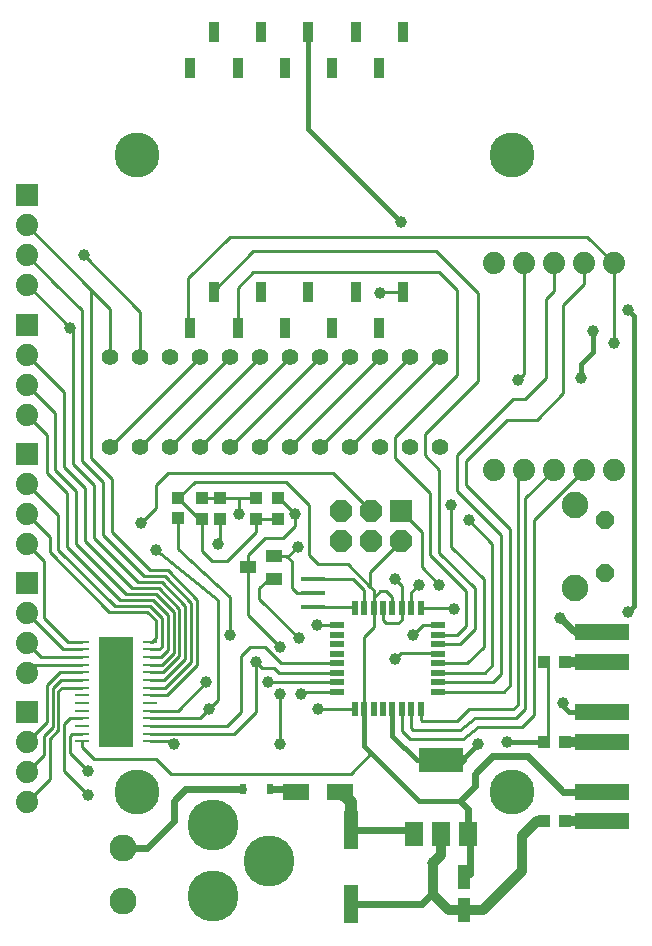
<source format=gtl>
G75*
G70*
%OFA0B0*%
%FSLAX24Y24*%
%IPPOS*%
%LPD*%
%AMOC8*
5,1,8,0,0,1.08239X$1,22.5*
%
%ADD10R,0.0740X0.0740*%
%ADD11OC8,0.0740*%
%ADD12C,0.1700*%
%ADD13R,0.0472X0.0106*%
%ADD14R,0.1181X0.3701*%
%ADD15R,0.0827X0.0157*%
%ADD16R,0.0248X0.0327*%
%ADD17R,0.0850X0.0551*%
%ADD18R,0.0512X0.1299*%
%ADD19R,0.0394X0.0787*%
%ADD20R,0.0394X0.0433*%
%ADD21R,0.0551X0.0394*%
%ADD22R,0.0220X0.0500*%
%ADD23R,0.0500X0.0220*%
%ADD24C,0.0740*%
%ADD25R,0.0591X0.0787*%
%ADD26R,0.1496X0.0787*%
%ADD27R,0.0335X0.0669*%
%ADD28R,0.0433X0.0394*%
%ADD29R,0.1810X0.0550*%
%ADD30OC8,0.0600*%
%ADD31C,0.0885*%
%ADD32C,0.0900*%
%ADD33C,0.0554*%
%ADD34C,0.0160*%
%ADD35C,0.0100*%
%ADD36C,0.0396*%
%ADD37C,0.0320*%
%ADD38C,0.0120*%
%ADD39C,0.0240*%
%ADD40C,0.0400*%
%ADD41C,0.1502*%
D10*
X001286Y009681D03*
X001286Y013984D03*
X001286Y018287D03*
X001286Y022591D03*
X001286Y026894D03*
X013767Y016370D03*
D11*
X013767Y015370D03*
X012767Y015370D03*
X012767Y016370D03*
X011767Y016370D03*
X011767Y015370D03*
D12*
X007503Y005894D03*
X007503Y003531D03*
X009353Y004713D03*
D13*
X005400Y008695D03*
X005400Y008951D03*
X005400Y009207D03*
X005400Y009463D03*
X005400Y009719D03*
X005400Y009974D03*
X005400Y010230D03*
X005400Y010486D03*
X005400Y010742D03*
X005400Y010998D03*
X005400Y011254D03*
X005400Y011510D03*
X005400Y011766D03*
X005400Y012022D03*
X003117Y012022D03*
X003117Y011766D03*
X003117Y011510D03*
X003117Y011254D03*
X003117Y010998D03*
X003117Y010742D03*
X003117Y010486D03*
X003117Y010230D03*
X003117Y009974D03*
X003117Y009719D03*
X003117Y009463D03*
X003117Y009207D03*
X003117Y008951D03*
X003117Y008695D03*
D14*
X004259Y010358D03*
D15*
X010818Y013177D03*
X010818Y013650D03*
X010818Y014122D03*
D16*
X009393Y007118D03*
X008487Y007118D03*
D17*
X010274Y007024D03*
X011731Y007024D03*
D18*
X012105Y005738D03*
X012105Y003278D03*
D19*
X015881Y003069D03*
X015881Y004191D03*
D20*
X009649Y016126D03*
X009649Y016795D03*
X008928Y016795D03*
X008928Y016126D03*
X007719Y016126D03*
X007719Y016795D03*
X007125Y016795D03*
X007125Y016126D03*
X006345Y016138D03*
X006345Y016807D03*
D21*
X008676Y014500D03*
X009542Y014126D03*
X009542Y014874D03*
D22*
X012219Y013151D03*
X012534Y013151D03*
X012849Y013151D03*
X013164Y013151D03*
X013479Y013151D03*
X013794Y013151D03*
X014109Y013151D03*
X014424Y013151D03*
X014424Y009771D03*
X014109Y009771D03*
X013794Y009771D03*
X013479Y009771D03*
X013164Y009771D03*
X012849Y009771D03*
X012534Y009771D03*
X012219Y009771D03*
D23*
X011632Y010358D03*
X011632Y010673D03*
X011632Y010988D03*
X011632Y011303D03*
X011632Y011618D03*
X011632Y011933D03*
X011632Y012248D03*
X011632Y012563D03*
X015012Y012563D03*
X015012Y012248D03*
X015012Y011933D03*
X015012Y011618D03*
X015012Y011303D03*
X015012Y010988D03*
X015012Y010673D03*
X015012Y010358D03*
D24*
X016849Y017748D03*
X017849Y017748D03*
X018849Y017748D03*
X019849Y017748D03*
X020849Y017748D03*
X020849Y024638D03*
X019849Y024638D03*
X018849Y024638D03*
X017849Y024638D03*
X016849Y024638D03*
X001286Y024894D03*
X001286Y025894D03*
X001286Y023894D03*
X001286Y021591D03*
X001286Y020591D03*
X001286Y019591D03*
X001286Y017287D03*
X001286Y016287D03*
X001286Y015287D03*
X001286Y012984D03*
X001286Y011984D03*
X001286Y010984D03*
X001286Y008681D03*
X001286Y007681D03*
X001286Y006681D03*
D25*
X014188Y005594D03*
X015093Y005594D03*
X015999Y005594D03*
D26*
X015093Y008075D03*
D27*
X013042Y022488D03*
X012255Y023669D03*
X011467Y022488D03*
X010680Y023669D03*
X009893Y022488D03*
X009105Y023669D03*
X008318Y022488D03*
X007530Y023669D03*
X006743Y022488D03*
X006743Y031150D03*
X007530Y032331D03*
X008318Y031150D03*
X009105Y032331D03*
X009893Y031150D03*
X010680Y032331D03*
X011467Y031150D03*
X012255Y032331D03*
X013042Y031150D03*
X013830Y032331D03*
X013830Y023669D03*
D28*
X018546Y011350D03*
X019215Y011350D03*
X019215Y008693D03*
X018546Y008693D03*
X018546Y006035D03*
X019215Y006035D03*
D29*
X020456Y006030D03*
X020456Y007020D03*
X020456Y008687D03*
X020456Y009677D03*
X020456Y011345D03*
X020456Y012335D03*
D30*
X020552Y014299D03*
X020552Y016079D03*
D31*
X019572Y016569D03*
X019572Y013809D03*
D32*
X004511Y003378D03*
X004511Y005134D03*
D33*
X004062Y018512D03*
X005062Y018512D03*
X006062Y018512D03*
X007062Y018512D03*
X008062Y018512D03*
X009062Y018512D03*
X010062Y018512D03*
X011062Y018512D03*
X012062Y018512D03*
X013062Y018512D03*
X014062Y018512D03*
X015062Y018512D03*
X015062Y021512D03*
X014062Y021512D03*
X013062Y021512D03*
X012062Y021512D03*
X011062Y021512D03*
X010062Y021512D03*
X009062Y021512D03*
X008062Y021512D03*
X007062Y021512D03*
X006062Y021512D03*
X005062Y021512D03*
X004062Y021512D03*
D34*
X009353Y014126D02*
X009542Y014126D01*
X012534Y009771D02*
X012534Y008543D01*
X012778Y008299D01*
X014353Y006724D01*
X015731Y006724D01*
X015999Y005594D02*
X016026Y005567D01*
X016026Y005543D01*
X016052Y005518D01*
X015802Y008075D02*
X016322Y008594D01*
X017306Y008693D02*
X018546Y008693D01*
X019373Y009677D02*
X019176Y009874D01*
X019176Y009972D01*
X019373Y009677D02*
X020456Y009677D01*
X020456Y008687D02*
X020745Y008693D01*
X020745Y011350D02*
X020456Y011345D01*
X021341Y013024D02*
X021538Y013220D01*
X021538Y022866D01*
X021341Y023063D01*
X020160Y022374D02*
X020160Y021685D01*
X019767Y021291D01*
X019767Y020799D01*
X013763Y026016D02*
X010680Y029098D01*
X010680Y032331D01*
X013479Y009771D02*
X013479Y008878D01*
X014282Y008075D01*
X015093Y008075D01*
X020456Y006030D02*
X020745Y006035D01*
D35*
X018680Y008697D02*
X018546Y008693D01*
X018680Y008697D02*
X018680Y011197D01*
X018546Y011350D01*
X017404Y010563D02*
X017404Y015780D01*
X015928Y017256D01*
X015928Y018043D01*
X017306Y019421D01*
X018290Y019421D01*
X019176Y020307D01*
X019176Y023260D01*
X019849Y023933D01*
X019849Y024638D01*
X019963Y025524D02*
X020849Y024638D01*
X020849Y021980D01*
X018849Y023720D02*
X018586Y023457D01*
X018586Y020799D01*
X017897Y020110D01*
X017503Y020110D01*
X015633Y018240D01*
X015633Y017059D01*
X017109Y015583D01*
X017109Y010957D01*
X016826Y010673D01*
X015012Y010673D01*
X015012Y010358D02*
X017200Y010358D01*
X017404Y010563D01*
X017652Y009925D02*
X017503Y009776D01*
X016026Y009776D01*
X015633Y009382D01*
X014452Y009382D01*
X014424Y009409D01*
X014424Y009771D01*
X014109Y009771D02*
X014109Y009134D01*
X014156Y009087D01*
X015731Y009087D01*
X016223Y009480D01*
X017601Y009480D01*
X017897Y009776D01*
X017897Y016795D01*
X018849Y017748D01*
X017849Y017748D02*
X017652Y017551D01*
X017652Y009925D01*
X018192Y009579D02*
X017798Y009185D01*
X016322Y009185D01*
X015830Y008791D01*
X014058Y008791D01*
X013794Y009055D01*
X013794Y009771D01*
X013566Y011449D02*
X013763Y011646D01*
X014984Y011646D01*
X015012Y011933D02*
X015723Y011933D01*
X016223Y012433D01*
X016223Y013811D01*
X015042Y014992D01*
X015042Y017748D01*
X014550Y018240D01*
X014550Y018929D01*
X016322Y020701D01*
X016322Y023654D01*
X014944Y025031D01*
X008841Y025031D01*
X007530Y023720D01*
X007530Y023669D01*
X008318Y023819D02*
X008318Y022488D01*
X008062Y021512D02*
X005062Y018512D01*
X004062Y018512D02*
X007062Y021512D01*
X006743Y022488D02*
X006743Y022602D01*
X006676Y022669D01*
X006676Y024146D01*
X008054Y025524D01*
X019963Y025524D01*
X018849Y024638D02*
X018849Y023720D01*
X017849Y024638D02*
X017849Y020949D01*
X017652Y020752D01*
X015633Y020898D02*
X015633Y023752D01*
X015042Y024343D01*
X008841Y024343D01*
X008318Y023819D01*
X009062Y021512D02*
X006062Y018512D01*
X005987Y017650D02*
X005593Y017256D01*
X005593Y016469D01*
X005101Y015976D01*
X005593Y015091D02*
X007660Y013417D01*
X007660Y010071D01*
X007365Y009776D01*
X007052Y009463D01*
X005400Y009463D01*
X005400Y009719D02*
X006324Y009719D01*
X007267Y010661D01*
X006971Y011252D02*
X006971Y013417D01*
X005987Y014402D01*
X005397Y014402D01*
X004117Y015681D01*
X004117Y017453D01*
X003428Y018142D01*
X003428Y023752D01*
X004062Y023118D01*
X004062Y021512D01*
X005062Y021512D02*
X005062Y023004D01*
X003192Y024894D01*
X003428Y023752D02*
X001286Y025894D01*
X001286Y024894D02*
X002247Y023933D01*
X002247Y023949D01*
X003133Y023063D01*
X003133Y018043D01*
X003822Y017354D01*
X003822Y015583D01*
X005200Y014205D01*
X005889Y014205D01*
X006774Y013319D01*
X006774Y011350D01*
X005910Y010486D01*
X005400Y010486D01*
X005400Y010230D02*
X005950Y010230D01*
X006971Y011252D01*
X006578Y011449D02*
X006578Y013220D01*
X005790Y014008D01*
X005003Y014008D01*
X003526Y015484D01*
X003526Y017256D01*
X002837Y017945D01*
X002837Y022374D01*
X002739Y022472D01*
X001318Y023894D01*
X001286Y023894D01*
X001286Y021591D02*
X002542Y020335D01*
X002542Y017846D01*
X003231Y017157D01*
X003231Y015386D01*
X004806Y013811D01*
X005692Y013811D01*
X006381Y013122D01*
X006381Y011547D01*
X005832Y010998D01*
X005400Y010998D01*
X005400Y010742D02*
X005871Y010742D01*
X006578Y011449D01*
X006184Y011646D02*
X006184Y013024D01*
X005593Y013614D01*
X004609Y013614D01*
X002936Y015287D01*
X002936Y017059D01*
X002247Y017748D01*
X002247Y019630D01*
X001286Y020591D01*
X001286Y019591D02*
X001952Y018925D01*
X001952Y017650D01*
X002641Y016961D01*
X002641Y015189D01*
X004412Y013417D01*
X005495Y013417D01*
X005987Y012925D01*
X005987Y011744D01*
X005753Y011510D01*
X005400Y011510D01*
X005400Y011766D02*
X005713Y011766D01*
X005790Y011843D01*
X005790Y012827D01*
X005397Y013220D01*
X004215Y013220D01*
X002345Y015091D01*
X002345Y016228D01*
X001286Y017287D01*
X001286Y016287D02*
X002050Y015524D01*
X002050Y015011D01*
X004038Y013024D01*
X005298Y013024D01*
X005593Y012728D01*
X005593Y012138D01*
X005477Y012022D01*
X005400Y012022D01*
X005400Y011254D02*
X005792Y011254D01*
X006184Y011646D01*
X008054Y012236D02*
X008054Y013516D01*
X006345Y015126D01*
X006345Y016138D01*
X006345Y016807D02*
X006893Y017354D01*
X009924Y017354D01*
X010711Y016567D01*
X010711Y014894D01*
X011007Y014598D01*
X011991Y014598D01*
X012729Y013860D01*
X012729Y014333D01*
X013767Y015370D01*
X014452Y015685D02*
X013767Y016370D01*
X014452Y015685D02*
X014452Y014500D01*
X015042Y013909D01*
X015506Y013151D02*
X015534Y013122D01*
X015506Y013151D02*
X014424Y013151D01*
X014109Y013151D02*
X014109Y013665D01*
X014353Y013909D01*
X013794Y013878D02*
X013794Y013151D01*
X013794Y012760D01*
X013664Y012630D01*
X013271Y012630D01*
X013164Y012736D01*
X013164Y013151D01*
X012849Y013151D02*
X012849Y013488D01*
X012849Y013740D01*
X012729Y013860D01*
X012534Y013760D02*
X012172Y014122D01*
X010818Y014122D01*
X010818Y013650D02*
X010282Y013650D01*
X010121Y013811D01*
X010121Y014697D01*
X009973Y014844D01*
X010318Y015189D01*
X009973Y014844D02*
X009944Y014874D01*
X009542Y014874D01*
X009826Y015484D02*
X009235Y015484D01*
X008676Y014925D01*
X008676Y014500D01*
X008676Y012894D01*
X009727Y011843D01*
X009235Y011843D02*
X009774Y011303D01*
X011632Y011303D01*
X011632Y010988D02*
X009696Y010988D01*
X009530Y011154D01*
X009137Y011154D01*
X008940Y011350D01*
X008940Y009677D01*
X008213Y008951D01*
X005400Y008951D01*
X005400Y009207D02*
X007977Y009207D01*
X008448Y009677D01*
X008448Y011547D01*
X008743Y011843D01*
X009235Y011843D01*
X009334Y010673D02*
X011632Y010673D01*
X011632Y010358D02*
X010507Y010358D01*
X010416Y010268D01*
X009727Y010268D02*
X009727Y008594D01*
X011007Y009771D02*
X012219Y009771D01*
X012534Y009771D02*
X012534Y012189D01*
X012849Y012504D01*
X012849Y013151D01*
X012849Y013488D02*
X013074Y013713D01*
X013271Y013713D01*
X013479Y013504D01*
X013479Y013151D01*
X013794Y013878D02*
X013566Y014106D01*
X012534Y013760D02*
X012534Y013151D01*
X012219Y013151D02*
X012147Y013177D01*
X010818Y013177D01*
X010975Y012563D02*
X011632Y012563D01*
X010349Y012138D02*
X009038Y013449D01*
X009038Y013811D01*
X009353Y014126D01*
X009826Y015484D02*
X010219Y015878D01*
X010219Y016272D01*
X009696Y016795D01*
X009649Y016795D01*
X009649Y016126D02*
X008928Y016126D01*
X008928Y015669D01*
X007956Y014697D01*
X007463Y014697D01*
X007125Y015035D01*
X007125Y016126D01*
X007026Y016126D01*
X006345Y016807D01*
X005987Y017650D02*
X011487Y017650D01*
X012767Y016370D01*
X013566Y018142D02*
X013566Y018831D01*
X015633Y020898D01*
X015062Y021512D02*
X012062Y018512D01*
X011062Y018512D02*
X014062Y021512D01*
X013062Y021512D02*
X010062Y018512D01*
X009062Y018512D02*
X012062Y021512D01*
X011062Y021512D02*
X008062Y018512D01*
X007062Y018512D02*
X010062Y021512D01*
X013074Y023654D02*
X013089Y023669D01*
X013830Y023669D01*
X013566Y018142D02*
X014747Y016961D01*
X014747Y014894D01*
X015928Y013713D01*
X015928Y012531D01*
X015645Y012248D01*
X015012Y012248D01*
X015012Y012563D02*
X014483Y012563D01*
X014156Y012236D01*
X015012Y011303D02*
X015979Y011303D01*
X016519Y011843D01*
X016519Y014106D01*
X015436Y015189D01*
X015436Y016567D01*
X016026Y016075D02*
X016814Y015287D01*
X016814Y011252D01*
X016550Y010988D01*
X015012Y010988D01*
X012778Y008299D02*
X012089Y007610D01*
X006086Y007610D01*
X005593Y008102D01*
X003526Y008102D01*
X003117Y008512D01*
X003117Y008695D01*
X003117Y008951D02*
X002800Y008951D01*
X002739Y008890D01*
X002739Y008299D01*
X003330Y007709D01*
X002542Y007709D02*
X003330Y006921D01*
X002542Y007709D02*
X002542Y009283D01*
X002721Y009463D01*
X003117Y009463D01*
X003117Y010486D02*
X002465Y010486D01*
X002345Y010366D01*
X002345Y009087D01*
X002050Y008791D01*
X002050Y007445D01*
X001286Y006681D01*
X001286Y007681D02*
X001853Y008248D01*
X001853Y008890D01*
X002149Y009185D01*
X002149Y010465D01*
X002426Y010742D01*
X003117Y010742D01*
X003117Y010998D02*
X002387Y010998D01*
X001952Y010563D01*
X001952Y009346D01*
X001286Y008681D01*
X001286Y010984D02*
X001554Y011252D01*
X003115Y011252D01*
X003117Y011254D01*
X003117Y011510D02*
X001761Y011510D01*
X001286Y011984D01*
X001286Y012984D02*
X002505Y011766D01*
X003117Y011766D01*
X003117Y012022D02*
X002658Y012022D01*
X001853Y012827D01*
X001853Y014720D01*
X001286Y015287D01*
X005400Y008695D02*
X006084Y008695D01*
X006184Y008594D01*
X007660Y015287D02*
X007719Y015445D01*
X007719Y016126D01*
X007759Y016764D02*
X007727Y016795D01*
X007719Y016795D01*
X008349Y016795D01*
X008349Y016272D01*
X008349Y016795D02*
X008928Y016795D01*
X007719Y016795D02*
X007125Y016795D01*
X016052Y005518D02*
X016052Y005248D01*
X018192Y009579D02*
X018192Y016091D01*
X019849Y017748D01*
D36*
X019767Y020799D03*
X020849Y021980D03*
X020160Y022374D03*
X021341Y023063D03*
X017652Y020752D03*
X015436Y016567D03*
X016026Y016075D03*
X015042Y013909D03*
X015534Y013122D03*
X014353Y013909D03*
X013566Y014106D03*
X014156Y012236D03*
X013566Y011449D03*
X011007Y009771D03*
X010416Y010268D03*
X009727Y010268D03*
X009334Y010673D03*
X008940Y011350D03*
X009727Y011843D03*
X010349Y012138D03*
X010975Y012563D03*
X010318Y015189D03*
X010219Y016272D03*
X008349Y016272D03*
X007660Y015287D03*
X005593Y015091D03*
X005101Y015976D03*
X008054Y012236D03*
X007267Y010661D03*
X007365Y009776D03*
X006184Y008594D03*
X003330Y007709D03*
X003330Y006921D03*
X009727Y008594D03*
X014845Y004657D03*
X016322Y008594D03*
X017306Y008693D03*
X019176Y009972D03*
X019078Y012827D03*
X021341Y013024D03*
X013074Y023654D03*
X013763Y026016D03*
X003192Y024894D03*
X002739Y022472D03*
D37*
X015093Y004906D02*
X014845Y004657D01*
X014845Y003673D01*
X014845Y003575D01*
X015351Y003069D01*
X015881Y003069D01*
X016505Y003069D01*
X017798Y004362D01*
X017798Y005543D01*
X018290Y006035D01*
X018546Y006035D01*
X019215Y006035D02*
X020745Y006035D01*
X020745Y008693D02*
X019215Y008693D01*
X019215Y011350D02*
X020745Y011350D01*
X015802Y008075D02*
X015093Y008075D01*
X015141Y005543D02*
X015141Y005445D01*
X015093Y005398D01*
X015093Y004906D01*
D38*
X015141Y005543D02*
X015093Y005591D01*
X015093Y005594D01*
X015012Y011618D02*
X014984Y011646D01*
D39*
X016814Y008201D02*
X017995Y008201D01*
X019176Y007020D01*
X020456Y007020D01*
X016814Y008201D02*
X016223Y007610D01*
X016223Y007217D01*
X015731Y006724D01*
X015999Y006457D01*
X015999Y005594D01*
X016052Y005248D02*
X016052Y004264D01*
X015881Y004191D01*
X014845Y003673D02*
X014450Y003278D01*
X012105Y003278D01*
X012105Y005738D02*
X014044Y005738D01*
X014188Y005594D01*
X010274Y007024D02*
X010271Y007020D01*
X010219Y007020D01*
X010117Y007122D01*
X009397Y007122D01*
X009393Y007118D01*
X008487Y007118D02*
X006578Y007118D01*
X006184Y006724D01*
X006184Y006035D01*
X005282Y005134D01*
X004511Y005134D01*
X019078Y012827D02*
X019570Y012335D01*
X020456Y012335D01*
D40*
X012089Y006665D02*
X012089Y005754D01*
X012105Y005738D01*
X012089Y006665D02*
X011731Y007024D01*
D41*
X017479Y006996D03*
X004979Y006996D03*
X004980Y028246D03*
X017480Y028246D03*
M02*

</source>
